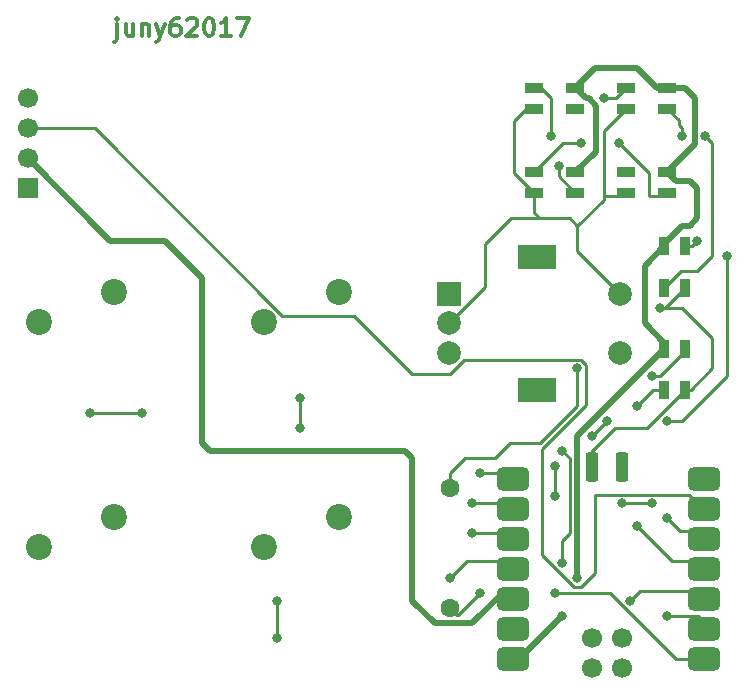
<source format=gtl>
%TF.GenerationSoftware,KiCad,Pcbnew,9.0.6*%
%TF.CreationDate,2026-02-14T19:53:56+05:30*%
%TF.ProjectId,Juny co2 Hackpad,4a756e79-2063-46f3-9220-4861636b7061,rev?*%
%TF.SameCoordinates,Original*%
%TF.FileFunction,Copper,L1,Top*%
%TF.FilePolarity,Positive*%
%FSLAX46Y46*%
G04 Gerber Fmt 4.6, Leading zero omitted, Abs format (unit mm)*
G04 Created by KiCad (PCBNEW 9.0.6) date 2026-02-14 19:53:56*
%MOMM*%
%LPD*%
G01*
G04 APERTURE LIST*
G04 Aperture macros list*
%AMRoundRect*
0 Rectangle with rounded corners*
0 $1 Rounding radius*
0 $2 $3 $4 $5 $6 $7 $8 $9 X,Y pos of 4 corners*
0 Add a 4 corners polygon primitive as box body*
4,1,4,$2,$3,$4,$5,$6,$7,$8,$9,$2,$3,0*
0 Add four circle primitives for the rounded corners*
1,1,$1+$1,$2,$3*
1,1,$1+$1,$4,$5*
1,1,$1+$1,$6,$7*
1,1,$1+$1,$8,$9*
0 Add four rect primitives between the rounded corners*
20,1,$1+$1,$2,$3,$4,$5,0*
20,1,$1+$1,$4,$5,$6,$7,0*
20,1,$1+$1,$6,$7,$8,$9,0*
20,1,$1+$1,$8,$9,$2,$3,0*%
G04 Aperture macros list end*
%ADD10C,0.300000*%
%TA.AperFunction,NonConductor*%
%ADD11C,0.300000*%
%TD*%
%TA.AperFunction,ComponentPad*%
%ADD12R,1.700000X1.700000*%
%TD*%
%TA.AperFunction,ComponentPad*%
%ADD13C,1.700000*%
%TD*%
%TA.AperFunction,ComponentPad*%
%ADD14C,2.200000*%
%TD*%
%TA.AperFunction,SMDPad,CuDef*%
%ADD15R,1.600000X0.850000*%
%TD*%
%TA.AperFunction,ComponentPad*%
%ADD16C,1.600000*%
%TD*%
%TA.AperFunction,ComponentPad*%
%ADD17R,2.000000X2.000000*%
%TD*%
%TA.AperFunction,ComponentPad*%
%ADD18C,2.000000*%
%TD*%
%TA.AperFunction,ComponentPad*%
%ADD19R,3.200000X2.000000*%
%TD*%
%TA.AperFunction,SMDPad,CuDef*%
%ADD20R,0.850000X1.600000*%
%TD*%
%TA.AperFunction,SMDPad,CuDef*%
%ADD21RoundRect,0.500000X0.875000X0.500000X-0.875000X0.500000X-0.875000X-0.500000X0.875000X-0.500000X0*%
%TD*%
%TA.AperFunction,SMDPad,CuDef*%
%ADD22RoundRect,0.275000X0.275000X-0.975000X0.275000X0.975000X-0.275000X0.975000X-0.275000X-0.975000X0*%
%TD*%
%TA.AperFunction,SMDPad,CuDef*%
%ADD23C,1.700000*%
%TD*%
%TA.AperFunction,ViaPad*%
%ADD24C,0.800000*%
%TD*%
%TA.AperFunction,Conductor*%
%ADD25C,0.250000*%
%TD*%
%TA.AperFunction,Conductor*%
%ADD26C,0.500000*%
%TD*%
G04 APERTURE END LIST*
D10*
D11*
X88054510Y-78800828D02*
X88054510Y-80086542D01*
X88054510Y-80086542D02*
X87983082Y-80229400D01*
X87983082Y-80229400D02*
X87840225Y-80300828D01*
X87840225Y-80300828D02*
X87768796Y-80300828D01*
X88054510Y-78300828D02*
X87983082Y-78372257D01*
X87983082Y-78372257D02*
X88054510Y-78443685D01*
X88054510Y-78443685D02*
X88125939Y-78372257D01*
X88125939Y-78372257D02*
X88054510Y-78300828D01*
X88054510Y-78300828D02*
X88054510Y-78443685D01*
X89411654Y-78800828D02*
X89411654Y-79800828D01*
X88768796Y-78800828D02*
X88768796Y-79586542D01*
X88768796Y-79586542D02*
X88840225Y-79729400D01*
X88840225Y-79729400D02*
X88983082Y-79800828D01*
X88983082Y-79800828D02*
X89197368Y-79800828D01*
X89197368Y-79800828D02*
X89340225Y-79729400D01*
X89340225Y-79729400D02*
X89411654Y-79657971D01*
X90125939Y-78800828D02*
X90125939Y-79800828D01*
X90125939Y-78943685D02*
X90197368Y-78872257D01*
X90197368Y-78872257D02*
X90340225Y-78800828D01*
X90340225Y-78800828D02*
X90554511Y-78800828D01*
X90554511Y-78800828D02*
X90697368Y-78872257D01*
X90697368Y-78872257D02*
X90768797Y-79015114D01*
X90768797Y-79015114D02*
X90768797Y-79800828D01*
X91340225Y-78800828D02*
X91697368Y-79800828D01*
X92054511Y-78800828D02*
X91697368Y-79800828D01*
X91697368Y-79800828D02*
X91554511Y-80157971D01*
X91554511Y-80157971D02*
X91483082Y-80229400D01*
X91483082Y-80229400D02*
X91340225Y-80300828D01*
X93268797Y-78300828D02*
X92983082Y-78300828D01*
X92983082Y-78300828D02*
X92840225Y-78372257D01*
X92840225Y-78372257D02*
X92768797Y-78443685D01*
X92768797Y-78443685D02*
X92625939Y-78657971D01*
X92625939Y-78657971D02*
X92554511Y-78943685D01*
X92554511Y-78943685D02*
X92554511Y-79515114D01*
X92554511Y-79515114D02*
X92625939Y-79657971D01*
X92625939Y-79657971D02*
X92697368Y-79729400D01*
X92697368Y-79729400D02*
X92840225Y-79800828D01*
X92840225Y-79800828D02*
X93125939Y-79800828D01*
X93125939Y-79800828D02*
X93268797Y-79729400D01*
X93268797Y-79729400D02*
X93340225Y-79657971D01*
X93340225Y-79657971D02*
X93411654Y-79515114D01*
X93411654Y-79515114D02*
X93411654Y-79157971D01*
X93411654Y-79157971D02*
X93340225Y-79015114D01*
X93340225Y-79015114D02*
X93268797Y-78943685D01*
X93268797Y-78943685D02*
X93125939Y-78872257D01*
X93125939Y-78872257D02*
X92840225Y-78872257D01*
X92840225Y-78872257D02*
X92697368Y-78943685D01*
X92697368Y-78943685D02*
X92625939Y-79015114D01*
X92625939Y-79015114D02*
X92554511Y-79157971D01*
X93983082Y-78443685D02*
X94054510Y-78372257D01*
X94054510Y-78372257D02*
X94197368Y-78300828D01*
X94197368Y-78300828D02*
X94554510Y-78300828D01*
X94554510Y-78300828D02*
X94697368Y-78372257D01*
X94697368Y-78372257D02*
X94768796Y-78443685D01*
X94768796Y-78443685D02*
X94840225Y-78586542D01*
X94840225Y-78586542D02*
X94840225Y-78729400D01*
X94840225Y-78729400D02*
X94768796Y-78943685D01*
X94768796Y-78943685D02*
X93911653Y-79800828D01*
X93911653Y-79800828D02*
X94840225Y-79800828D01*
X95768796Y-78300828D02*
X95911653Y-78300828D01*
X95911653Y-78300828D02*
X96054510Y-78372257D01*
X96054510Y-78372257D02*
X96125939Y-78443685D01*
X96125939Y-78443685D02*
X96197367Y-78586542D01*
X96197367Y-78586542D02*
X96268796Y-78872257D01*
X96268796Y-78872257D02*
X96268796Y-79229400D01*
X96268796Y-79229400D02*
X96197367Y-79515114D01*
X96197367Y-79515114D02*
X96125939Y-79657971D01*
X96125939Y-79657971D02*
X96054510Y-79729400D01*
X96054510Y-79729400D02*
X95911653Y-79800828D01*
X95911653Y-79800828D02*
X95768796Y-79800828D01*
X95768796Y-79800828D02*
X95625939Y-79729400D01*
X95625939Y-79729400D02*
X95554510Y-79657971D01*
X95554510Y-79657971D02*
X95483081Y-79515114D01*
X95483081Y-79515114D02*
X95411653Y-79229400D01*
X95411653Y-79229400D02*
X95411653Y-78872257D01*
X95411653Y-78872257D02*
X95483081Y-78586542D01*
X95483081Y-78586542D02*
X95554510Y-78443685D01*
X95554510Y-78443685D02*
X95625939Y-78372257D01*
X95625939Y-78372257D02*
X95768796Y-78300828D01*
X97697367Y-79800828D02*
X96840224Y-79800828D01*
X97268795Y-79800828D02*
X97268795Y-78300828D01*
X97268795Y-78300828D02*
X97125938Y-78515114D01*
X97125938Y-78515114D02*
X96983081Y-78657971D01*
X96983081Y-78657971D02*
X96840224Y-78729400D01*
X98197366Y-78300828D02*
X99197366Y-78300828D01*
X99197366Y-78300828D02*
X98554509Y-79800828D01*
D12*
%TO.P,J1,1,Pin_1*%
%TO.N,GND*%
X80486250Y-92710000D03*
D13*
%TO.P,J1,2,Pin_2*%
%TO.N,+3.3V*%
X80486250Y-90170000D03*
%TO.P,J1,3,Pin_3*%
%TO.N,Net-(J1-Pin_3)*%
X80486250Y-87630000D03*
%TO.P,J1,4,Pin_4*%
%TO.N,Net-(J1-Pin_4)*%
X80486250Y-85090000D03*
%TD*%
D14*
%TO.P,SW1,1,1*%
%TO.N,GND*%
X87788750Y-101441250D03*
%TO.P,SW1,2,2*%
%TO.N,Net-(U1-GPIO1_D7_CSn_RX)*%
X81438750Y-103981250D03*
%TD*%
%TO.P,SW4,1,1*%
%TO.N,GND*%
X106838750Y-101441250D03*
%TO.P,SW4,2,2*%
%TO.N,Net-(U1-GPIO2_D8_SCK)*%
X100488750Y-103981250D03*
%TD*%
D15*
%TO.P,D3,1,DOUT*%
%TO.N,Net-(D3-DOUT)*%
X131120000Y-84215000D03*
%TO.P,D3,2,VSS*%
%TO.N,GND*%
X131120000Y-85965000D03*
%TO.P,D3,3,DIN*%
%TO.N,Net-(D2-DOUT)*%
X134620000Y-85965000D03*
%TO.P,D3,4,VDD*%
%TO.N,+5V*%
X134620000Y-84215000D03*
%TD*%
%TO.P,D9,1,DOUT*%
%TO.N,Net-(D5-DIN)*%
X123345000Y-91358750D03*
%TO.P,D9,2,VSS*%
%TO.N,GND*%
X123345000Y-93108750D03*
%TO.P,D9,3,DIN*%
%TO.N,Net-(D8-DOUT)*%
X126845000Y-93108750D03*
%TO.P,D9,4,VDD*%
%TO.N,+5V*%
X126845000Y-91358750D03*
%TD*%
D14*
%TO.P,SW6,1,1*%
%TO.N,GND*%
X87788750Y-120491250D03*
%TO.P,SW6,2,2*%
%TO.N,Net-(U1-GPIO4_D9_MISO)*%
X81438750Y-123031250D03*
%TD*%
D16*
%TO.P,R1,1*%
%TO.N,Net-(U1-GPIO26_A0_D0)*%
X116205000Y-128270000D03*
%TO.P,R1,2*%
%TO.N,Net-(D4-DIN)*%
X116205000Y-118110000D03*
%TD*%
D17*
%TO.P,SW10,A,A*%
%TO.N,Net-(U1-GPIO28_A2_D2)*%
X116098750Y-101640000D03*
D18*
%TO.P,SW10,B,B*%
%TO.N,Net-(U1-GPIO27_A1_D1)*%
X116098750Y-106640000D03*
%TO.P,SW10,C,C*%
%TO.N,GND*%
X116098750Y-104140000D03*
D19*
%TO.P,SW10,MP*%
%TO.N,N/C*%
X123598750Y-98540000D03*
X123598750Y-109740000D03*
D18*
%TO.P,SW10,S1,S1*%
%TO.N,Net-(U1-GPIO29_A3_D3)*%
X130598750Y-106640000D03*
%TO.P,SW10,S2,S2*%
%TO.N,GND*%
X130598750Y-101640000D03*
%TD*%
D20*
%TO.P,D4,1,DOUT*%
%TO.N,Net-(D2-DIN)*%
X134380000Y-109777500D03*
%TO.P,D4,2,VSS*%
%TO.N,GND*%
X136130000Y-109777500D03*
%TO.P,D4,3,DIN*%
%TO.N,Net-(D4-DIN)*%
X136130000Y-106277500D03*
%TO.P,D4,4,VDD*%
%TO.N,+5V*%
X134380000Y-106277500D03*
%TD*%
D21*
%TO.P,U1,1,GPIO26_A0_D0*%
%TO.N,Net-(U1-GPIO26_A0_D0)*%
X137722000Y-132592000D03*
%TO.P,U1,2,GPIO27_A1_D1*%
%TO.N,Net-(U1-GPIO27_A1_D1)*%
X137722000Y-130052000D03*
%TO.P,U1,3,GPIO28_A2_D2*%
%TO.N,Net-(U1-GPIO28_A2_D2)*%
X137722000Y-127512000D03*
%TO.P,U1,4,GPIO29_A3_D3*%
%TO.N,Net-(U1-GPIO29_A3_D3)*%
X137722000Y-124972000D03*
%TO.P,U1,5,GPIO6_D4_SDA*%
%TO.N,Net-(J1-Pin_4)*%
X137722000Y-122432000D03*
%TO.P,U1,6,GPIO7_D5_SCL*%
%TO.N,Net-(J1-Pin_3)*%
X137722000Y-119892000D03*
%TO.P,U1,7,GPIO0_D6_TX*%
%TO.N,unconnected-(U1-GPIO0_D6_TX-Pad7)*%
X137722000Y-117352000D03*
%TO.P,U1,8,GPIO1_D7_CSn_RX*%
%TO.N,Net-(U1-GPIO1_D7_CSn_RX)*%
X121557000Y-117352000D03*
%TO.P,U1,9,GPIO2_D8_SCK*%
%TO.N,Net-(U1-GPIO2_D8_SCK)*%
X121557000Y-119892000D03*
%TO.P,U1,10,GPIO4_D9_MISO*%
%TO.N,Net-(U1-GPIO4_D9_MISO)*%
X121557000Y-122432000D03*
%TO.P,U1,11,GPIO3_D10_MOSI*%
%TO.N,Net-(U1-GPIO3_D10_MOSI)*%
X121557000Y-124972000D03*
%TO.P,U1,12,3V3*%
%TO.N,+3.3V*%
X121557000Y-127512000D03*
%TO.P,U1,13,GND*%
%TO.N,unconnected-(U1-GND-Pad13)*%
X121557000Y-130052000D03*
%TO.P,U1,14,5V*%
%TO.N,+5V*%
X121557000Y-132592000D03*
D22*
%TO.P,U1,15,BAT*%
%TO.N,unconnected-(U1-BAT-Pad15)*%
X130810000Y-116332000D03*
%TO.P,U1,16,GND*%
%TO.N,GND*%
X128270000Y-116332000D03*
D23*
%TO.P,U1,17,SWDIO*%
%TO.N,unconnected-(U1-SWDIO-Pad17)*%
X130810000Y-133350000D03*
%TO.P,U1,18,SWDCLK*%
%TO.N,unconnected-(U1-SWDCLK-Pad18)*%
X128270000Y-133350000D03*
%TO.P,U1,19,RST*%
%TO.N,unconnected-(U1-RST-Pad19)*%
X130810000Y-130810000D03*
%TO.P,U1,20,GND*%
%TO.N,unconnected-(U1-GND-Pad20)*%
X128270000Y-130810000D03*
%TD*%
D15*
%TO.P,D8,1,DOUT*%
%TO.N,Net-(D8-DOUT)*%
X123345000Y-84215000D03*
%TO.P,D8,2,VSS*%
%TO.N,GND*%
X123345000Y-85965000D03*
%TO.P,D8,3,DIN*%
%TO.N,Net-(D3-DOUT)*%
X126845000Y-85965000D03*
%TO.P,D8,4,VDD*%
%TO.N,+5V*%
X126845000Y-84215000D03*
%TD*%
%TO.P,D5,1,DOUT*%
%TO.N,unconnected-(D5-DOUT-Pad1)*%
X131120000Y-91358750D03*
%TO.P,D5,2,VSS*%
%TO.N,GND*%
X131120000Y-93108750D03*
%TO.P,D5,3,DIN*%
%TO.N,Net-(D5-DIN)*%
X134620000Y-93108750D03*
%TO.P,D5,4,VDD*%
%TO.N,+5V*%
X134620000Y-91358750D03*
%TD*%
D14*
%TO.P,SW5,1,1*%
%TO.N,GND*%
X106838750Y-120491250D03*
%TO.P,SW5,2,2*%
%TO.N,Net-(U1-GPIO3_D10_MOSI)*%
X100488750Y-123031250D03*
%TD*%
D20*
%TO.P,D2,1,DOUT*%
%TO.N,Net-(D2-DOUT)*%
X134380000Y-101127500D03*
%TO.P,D2,2,VSS*%
%TO.N,GND*%
X136130000Y-101127500D03*
%TO.P,D2,3,DIN*%
%TO.N,Net-(D2-DIN)*%
X136130000Y-97627500D03*
%TO.P,D2,4,VDD*%
%TO.N,+5V*%
X134380000Y-97627500D03*
%TD*%
D24*
%TO.N,GND*%
X133985000Y-102870000D03*
%TO.N,Net-(D2-DOUT)*%
X137851250Y-88265000D03*
X135890000Y-88265000D03*
%TO.N,Net-(D2-DIN)*%
X134620000Y-112395000D03*
X132080000Y-111125000D03*
X137160000Y-97155000D03*
X139700000Y-98425000D03*
%TO.N,+5V*%
X125730000Y-128905000D03*
X134380000Y-106277500D03*
X127000000Y-125730000D03*
%TO.N,Net-(D3-DOUT)*%
X126845000Y-85965000D03*
X129222500Y-85090000D03*
%TO.N,Net-(D5-DIN)*%
X127317500Y-88900000D03*
X130492500Y-88900000D03*
%TO.N,Net-(D8-DOUT)*%
X125412500Y-90805000D03*
X124777500Y-88265000D03*
%TO.N,Net-(J1-Pin_4)*%
X129540000Y-112395000D03*
X130810000Y-119380000D03*
X128270000Y-113665000D03*
X134620000Y-120650000D03*
X133350000Y-119380000D03*
%TO.N,Net-(U1-GPIO26_A0_D0)*%
X125095000Y-127000000D03*
X118745000Y-127000000D03*
%TO.N,Net-(U1-GPIO1_D7_CSn_RX)*%
X90170000Y-111760000D03*
X118745000Y-116840000D03*
X85725000Y-111760000D03*
%TO.N,Net-(U1-GPIO2_D8_SCK)*%
X103505000Y-113030000D03*
X118110000Y-119380000D03*
X103505000Y-110490000D03*
%TO.N,Net-(U1-GPIO3_D10_MOSI)*%
X101600000Y-130810000D03*
X116205000Y-125730000D03*
X101600000Y-127635000D03*
%TO.N,Net-(U1-GPIO4_D9_MISO)*%
X118110000Y-121920000D03*
%TO.N,Net-(U1-GPIO28_A2_D2)*%
X131445000Y-127635000D03*
X125730000Y-114935000D03*
X125730000Y-124460000D03*
%TO.N,Net-(U1-GPIO29_A3_D3)*%
X132080000Y-121285000D03*
%TO.N,Net-(U1-GPIO27_A1_D1)*%
X134620000Y-128905000D03*
X125095000Y-118745000D03*
X125095000Y-116205000D03*
%TO.N,Net-(D4-DIN)*%
X127000000Y-107950000D03*
X133350000Y-108585000D03*
%TD*%
D25*
%TO.N,GND*%
X132877500Y-113030000D02*
X130175000Y-113030000D01*
X123345000Y-94770000D02*
X123825000Y-95250000D01*
X136130000Y-109777500D02*
X136602500Y-109777500D01*
X121358750Y-95250000D02*
X123825000Y-95250000D01*
X129222500Y-87862500D02*
X129222500Y-93345000D01*
X129222500Y-87862500D02*
X131120000Y-85965000D01*
X138430000Y-107950000D02*
X138430000Y-105410000D01*
X122632500Y-85965000D02*
X121602500Y-86995000D01*
X129222500Y-93655000D02*
X126992500Y-95885000D01*
X119217500Y-101021250D02*
X116098750Y-104140000D01*
X129222500Y-93345000D02*
X129222500Y-93655000D01*
X126357500Y-95250000D02*
X126992500Y-95885000D01*
X126992500Y-95885000D02*
X126992500Y-98033750D01*
X121602500Y-91366250D02*
X123345000Y-93108750D01*
X119217500Y-101021250D02*
X119217500Y-97391250D01*
X133985000Y-102870000D02*
X134387500Y-102870000D01*
X130883750Y-93345000D02*
X129222500Y-93345000D01*
X128184250Y-115020750D02*
X128184250Y-117389250D01*
X131120000Y-93108750D02*
X130883750Y-93345000D01*
X135890000Y-102870000D02*
X133985000Y-102870000D01*
X123345000Y-85965000D02*
X122632500Y-85965000D01*
X130175000Y-113030000D02*
X128184250Y-115020750D01*
X136130000Y-109777500D02*
X132877500Y-113030000D01*
X126992500Y-98033750D02*
X130598750Y-101640000D01*
X123825000Y-95250000D02*
X126357500Y-95250000D01*
X121602500Y-86995000D02*
X121602500Y-91366250D01*
X136602500Y-109777500D02*
X138430000Y-107950000D01*
X119217500Y-97391250D02*
X121358750Y-95250000D01*
X123345000Y-93108750D02*
X123345000Y-94770000D01*
X134387500Y-102870000D02*
X136130000Y-101127500D01*
X138430000Y-105410000D02*
X135890000Y-102870000D01*
%TO.N,Net-(D2-DOUT)*%
X138430000Y-88843750D02*
X137851250Y-88265000D01*
X138430000Y-98425000D02*
X137160000Y-99695000D01*
X135812500Y-99695000D02*
X134380000Y-101127500D01*
X135890000Y-88265000D02*
X135890000Y-87630000D01*
X135572500Y-87312500D02*
X135572500Y-86917500D01*
X135890000Y-87630000D02*
X135572500Y-87312500D01*
X138430000Y-98425000D02*
X138430000Y-88843750D01*
X137160000Y-99695000D02*
X135812500Y-99695000D01*
X135572500Y-86917500D02*
X134620000Y-85965000D01*
%TO.N,Net-(D2-DIN)*%
X135890000Y-112395000D02*
X134620000Y-112395000D01*
X139700000Y-108585000D02*
X135890000Y-112395000D01*
X139700000Y-98425000D02*
X139700000Y-108585000D01*
X136687500Y-97627500D02*
X137160000Y-97155000D01*
X132080000Y-111125000D02*
X133427500Y-109777500D01*
X136130000Y-97627500D02*
X136687500Y-97627500D01*
X133427500Y-109777500D02*
X134380000Y-109777500D01*
D26*
%TO.N,+5V*%
X127000000Y-125730000D02*
X127000000Y-113657500D01*
X134620000Y-91358750D02*
X135336250Y-92075000D01*
X137160000Y-95250000D02*
X136525000Y-95885000D01*
X136126250Y-84215000D02*
X137001250Y-85090000D01*
X126845000Y-84215000D02*
X127720000Y-85090000D01*
X127720000Y-85090000D02*
X127952500Y-85090000D01*
X137160000Y-92710000D02*
X137160000Y-95250000D01*
X128587500Y-89616250D02*
X126845000Y-91358750D01*
X127952500Y-85090000D02*
X128587500Y-85725000D01*
X132715000Y-99292500D02*
X134380000Y-97627500D01*
X137001250Y-88977500D02*
X134620000Y-91358750D01*
X133745000Y-84215000D02*
X132080000Y-82550000D01*
X121557000Y-132592000D02*
X122043000Y-132592000D01*
X134620000Y-84215000D02*
X133745000Y-84215000D01*
X128510000Y-82550000D02*
X126845000Y-84215000D01*
X127000000Y-113657500D02*
X134380000Y-106277500D01*
X135336250Y-92075000D02*
X136525000Y-92075000D01*
X134380000Y-106277500D02*
X134380000Y-105805000D01*
X132715000Y-104140000D02*
X132715000Y-99292500D01*
X134380000Y-97395000D02*
X134380000Y-97627500D01*
X136525000Y-92075000D02*
X137160000Y-92710000D01*
X134380000Y-105805000D02*
X132715000Y-104140000D01*
X136525000Y-95885000D02*
X135890000Y-95885000D01*
X128587500Y-85725000D02*
X128587500Y-89616250D01*
X132080000Y-82550000D02*
X128510000Y-82550000D01*
X134620000Y-84215000D02*
X136126250Y-84215000D01*
X135890000Y-95885000D02*
X134380000Y-97395000D01*
X122043000Y-132592000D02*
X125730000Y-128905000D01*
X137001250Y-85090000D02*
X137001250Y-88977500D01*
D25*
%TO.N,Net-(D3-DOUT)*%
X130245000Y-85090000D02*
X129222500Y-85090000D01*
X131120000Y-84215000D02*
X130245000Y-85090000D01*
%TO.N,Net-(D5-DIN)*%
X130492500Y-88900000D02*
X133032500Y-91440000D01*
X123345000Y-91358750D02*
X125803750Y-88900000D01*
X134383750Y-93345000D02*
X134620000Y-93108750D01*
X133032500Y-93345000D02*
X134383750Y-93345000D01*
X125803750Y-88900000D02*
X127317500Y-88900000D01*
X133032500Y-91440000D02*
X133032500Y-93345000D01*
%TO.N,Net-(D8-DOUT)*%
X125412500Y-90805000D02*
X125412500Y-91676250D01*
X124777500Y-85090000D02*
X124777500Y-88265000D01*
X125412500Y-91676250D02*
X126845000Y-93108750D01*
X123902500Y-84215000D02*
X124777500Y-85090000D01*
X123345000Y-84215000D02*
X123902500Y-84215000D01*
D26*
%TO.N,+3.3V*%
X95885000Y-114935000D02*
X95250000Y-114300000D01*
X95250000Y-114300000D02*
X95250000Y-100330000D01*
X112395000Y-114935000D02*
X95885000Y-114935000D01*
X113030000Y-115570000D02*
X112395000Y-114935000D01*
X92075000Y-97155000D02*
X87471250Y-97155000D01*
X118110000Y-129540000D02*
X114935000Y-129540000D01*
X121471250Y-126805500D02*
X120844500Y-126805500D01*
X95250000Y-100330000D02*
X92075000Y-97155000D01*
X87471250Y-97155000D02*
X80486250Y-90170000D01*
X114935000Y-129540000D02*
X113030000Y-127635000D01*
X120844500Y-126805500D02*
X118110000Y-129540000D01*
X113030000Y-127635000D02*
X113030000Y-115570000D01*
D25*
%TO.N,Net-(J1-Pin_3)*%
X126699280Y-126456000D02*
X124011810Y-123768530D01*
X116205000Y-108408998D02*
X113000324Y-108408998D01*
X124011810Y-123768530D02*
X124011810Y-114751000D01*
X128484438Y-118654000D02*
X128484438Y-125272282D01*
X137722000Y-119892000D02*
X136484000Y-118654000D01*
X113000324Y-108408998D02*
X108096326Y-103505000D01*
X136484000Y-118654000D02*
X128484438Y-118654000D01*
X102029169Y-103505000D02*
X86154169Y-87630000D01*
X117389998Y-107224000D02*
X116205000Y-108408998D01*
X86154169Y-87630000D02*
X80486250Y-87630000D01*
X127300720Y-107224000D02*
X117389998Y-107224000D01*
X124011810Y-114751000D02*
X127726000Y-111036810D01*
X127300720Y-126456000D02*
X126699280Y-126456000D01*
X127726000Y-111036810D02*
X127726000Y-107649280D01*
X108096326Y-103505000D02*
X102029169Y-103505000D01*
X128484438Y-125272282D02*
X127300720Y-126456000D01*
X127726000Y-107649280D02*
X127300720Y-107224000D01*
%TO.N,Net-(J1-Pin_4)*%
X134620000Y-120650000D02*
X135695500Y-121725500D01*
X135695500Y-121725500D02*
X137636250Y-121725500D01*
X129540000Y-112395000D02*
X128270000Y-113665000D01*
X130810000Y-119380000D02*
X133350000Y-119380000D01*
%TO.N,Net-(U1-GPIO26_A0_D0)*%
X125095000Y-127000000D02*
X129783280Y-127000000D01*
X135375280Y-132592000D02*
X137722000Y-132592000D01*
X116781000Y-128846000D02*
X116899000Y-128846000D01*
X116899000Y-128846000D02*
X118745000Y-127000000D01*
X129783280Y-127000000D02*
X135375280Y-132592000D01*
X116205000Y-128270000D02*
X116781000Y-128846000D01*
%TO.N,Net-(U1-GPIO1_D7_CSn_RX)*%
X118745000Y-116840000D02*
X121276750Y-116840000D01*
X85725000Y-111760000D02*
X90170000Y-111760000D01*
%TO.N,Net-(U1-GPIO2_D8_SCK)*%
X118110000Y-119380000D02*
X121276750Y-119380000D01*
X103505000Y-110490000D02*
X103505000Y-113030000D01*
%TO.N,Net-(U1-GPIO3_D10_MOSI)*%
X117669500Y-124265500D02*
X121471250Y-124265500D01*
X116205000Y-125730000D02*
X117669500Y-124265500D01*
X101600000Y-127635000D02*
X101600000Y-130810000D01*
%TO.N,Net-(U1-GPIO4_D9_MISO)*%
X118110000Y-121920000D02*
X121276750Y-121920000D01*
%TO.N,Net-(U1-GPIO28_A2_D2)*%
X126365000Y-115570000D02*
X126365000Y-121920000D01*
X132274500Y-126805500D02*
X137636250Y-126805500D01*
X125730000Y-114935000D02*
X126365000Y-115570000D01*
X126365000Y-121920000D02*
X125730000Y-122555000D01*
X125730000Y-122555000D02*
X125730000Y-124460000D01*
X131445000Y-127635000D02*
X132274500Y-126805500D01*
%TO.N,Net-(U1-GPIO29_A3_D3)*%
X132080000Y-121285000D02*
X135060500Y-124265500D01*
X135060500Y-124265500D02*
X137636250Y-124265500D01*
%TO.N,Net-(U1-GPIO27_A1_D1)*%
X125095000Y-116205000D02*
X125095000Y-118745000D01*
X137195750Y-128905000D02*
X137636250Y-129345500D01*
X134620000Y-128905000D02*
X137195750Y-128905000D01*
%TO.N,Net-(D4-DIN)*%
X127000000Y-111125000D02*
X123825000Y-114300000D01*
X121285000Y-114300000D02*
X120015000Y-115570000D01*
X136130000Y-106277500D02*
X136130000Y-106440000D01*
X117475000Y-115570000D02*
X116205000Y-116840000D01*
X127000000Y-107950000D02*
X127000000Y-111125000D01*
X133985000Y-108585000D02*
X133350000Y-108585000D01*
X120015000Y-115570000D02*
X117475000Y-115570000D01*
X116205000Y-116840000D02*
X116205000Y-118110000D01*
X123825000Y-114300000D02*
X121285000Y-114300000D01*
X136130000Y-106440000D02*
X133985000Y-108585000D01*
%TD*%
M02*

</source>
